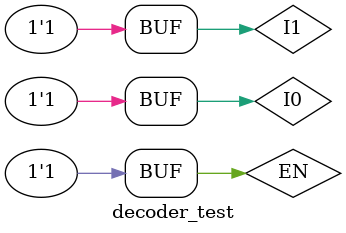
<source format=v>
`timescale 1ns / 1ps


module decoder_test;

	// Inputs
	reg I0;
	reg I1;
	reg EN;

	// Outputs
	wire D0;
	wire D1;
	wire D2;
	wire D3;

	// Instantiate the Unit Under Test (UUT)
	decoder uut (
		.I0(I0), 
		.I1(I1), 
		.EN(EN), 
		.D0(D0), 
		.D1(D1), 
		.D2(D2), 
		.D3(D3)
	);

	initial begin
		// Initialize Inputs
		{I0, I1, EN} = 3'b000;
		#100;
		
		{I0, I1, EN} = 3'b010;
		#100;
		
		{I0, I1, EN} = 3'b100;
		#100;
		
		{I0, I1, EN} = 3'b110;
		#100;
		
		{I0, I1, EN} = 3'b001;
		#100;
		
		{I0, I1, EN} = 3'b011;
		#100;
		
		{I0, I1, EN} = 3'b101;
		#100;
		
		{I0, I1, EN} = 3'b111;
		#100;

		// Wait 100 ns for global reset to finish
		#100;
        
		// Add stimulus here

	end
      
endmodule


</source>
